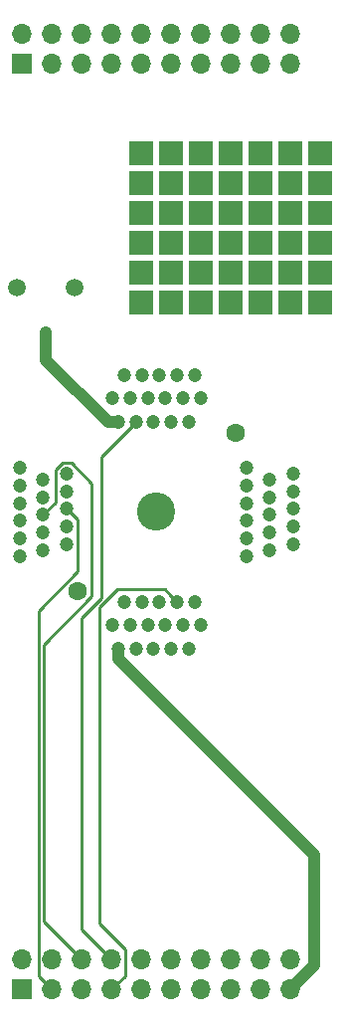
<source format=gbr>
G04 #@! TF.GenerationSoftware,KiCad,Pcbnew,8.0.0-8.0.0-1~ubuntu20.04.1*
G04 #@! TF.CreationDate,2024-03-05T18:45:29+01:00*
G04 #@! TF.ProjectId,stm32l476,73746d33-326c-4343-9736-2e6b69636164,rev?*
G04 #@! TF.SameCoordinates,Original*
G04 #@! TF.FileFunction,Copper,L1,Top*
G04 #@! TF.FilePolarity,Positive*
%FSLAX46Y46*%
G04 Gerber Fmt 4.6, Leading zero omitted, Abs format (unit mm)*
G04 Created by KiCad (PCBNEW 8.0.0-8.0.0-1~ubuntu20.04.1) date 2024-03-05 18:45:29*
%MOMM*%
%LPD*%
G01*
G04 APERTURE LIST*
G04 #@! TA.AperFunction,ComponentPad*
%ADD10C,1.200000*%
G04 #@! TD*
G04 #@! TA.AperFunction,ComponentPad*
%ADD11C,1.600000*%
G04 #@! TD*
G04 #@! TA.AperFunction,ComponentPad*
%ADD12C,3.250000*%
G04 #@! TD*
G04 #@! TA.AperFunction,ComponentPad*
%ADD13R,2.000000X2.000000*%
G04 #@! TD*
G04 #@! TA.AperFunction,ComponentPad*
%ADD14C,1.500000*%
G04 #@! TD*
G04 #@! TA.AperFunction,ComponentPad*
%ADD15R,1.700000X1.700000*%
G04 #@! TD*
G04 #@! TA.AperFunction,ComponentPad*
%ADD16O,1.700000X1.700000*%
G04 #@! TD*
G04 #@! TA.AperFunction,ViaPad*
%ADD17C,0.800000*%
G04 #@! TD*
G04 #@! TA.AperFunction,Conductor*
%ADD18C,0.250000*%
G04 #@! TD*
G04 #@! TA.AperFunction,Conductor*
%ADD19C,1.000000*%
G04 #@! TD*
G04 APERTURE END LIST*
D10*
X159800000Y-80070000D03*
X163800000Y-80570000D03*
X161800000Y-81070000D03*
X159800000Y-81570000D03*
X163800000Y-82070000D03*
X161800000Y-82570000D03*
X159800000Y-83070000D03*
X163800000Y-83570000D03*
X161800000Y-84070000D03*
X159800000Y-84570000D03*
X163800000Y-85070000D03*
X161800000Y-85570000D03*
X159800000Y-86070000D03*
X163800000Y-86570000D03*
X161800000Y-87070000D03*
X159800000Y-87570000D03*
X167700000Y-93470000D03*
X168200000Y-95470000D03*
X168700000Y-91470000D03*
X169200000Y-93470000D03*
X169700000Y-95470000D03*
X170200000Y-91470000D03*
X170700000Y-93470000D03*
X171200000Y-95470000D03*
X171700000Y-91470000D03*
X172200000Y-93470000D03*
X172700000Y-95470000D03*
X173200000Y-91470000D03*
X173700000Y-93470000D03*
X174200000Y-95470000D03*
X174700000Y-91470000D03*
X175200000Y-93470000D03*
X179100000Y-87570000D03*
X181100000Y-87070000D03*
X183100000Y-86570000D03*
X179100000Y-86070000D03*
X181100000Y-85570000D03*
X183100000Y-85070000D03*
X179100000Y-84570000D03*
X181100000Y-84070000D03*
X183100000Y-83570000D03*
X179100000Y-83070000D03*
X181100000Y-82570000D03*
X183100000Y-82070000D03*
X179100000Y-81570000D03*
X181100000Y-81070000D03*
X183100000Y-80570000D03*
X179100000Y-80070000D03*
X175200000Y-74170000D03*
X174700000Y-72170000D03*
X174200000Y-76170000D03*
X173700000Y-74170000D03*
X173200000Y-72170000D03*
X172700000Y-76170000D03*
X172200000Y-74170000D03*
X171700000Y-72170000D03*
X171200000Y-76170000D03*
X170700000Y-74170000D03*
X170200000Y-72170000D03*
X169700000Y-76170000D03*
X169200000Y-74170000D03*
X168700000Y-72170000D03*
X168200000Y-76170000D03*
X167700000Y-74170000D03*
D11*
X178150000Y-77120000D03*
D12*
X171450000Y-83820000D03*
D11*
X164750000Y-90520000D03*
D13*
X185420000Y-53340000D03*
X170180000Y-55880000D03*
X182880000Y-53340000D03*
X175260000Y-66040000D03*
X172720000Y-55880000D03*
X180340000Y-53340000D03*
X170180000Y-66040000D03*
X177800000Y-66040000D03*
X175260000Y-55880000D03*
X177800000Y-53340000D03*
X172720000Y-66040000D03*
X180340000Y-66040000D03*
X177800000Y-63500000D03*
X177800000Y-55880000D03*
X175260000Y-53340000D03*
X185420000Y-66040000D03*
X182880000Y-66040000D03*
X180340000Y-63500000D03*
X180340000Y-55880000D03*
X172720000Y-53340000D03*
X170180000Y-63500000D03*
X175260000Y-63500000D03*
X170180000Y-60960000D03*
X182880000Y-55880000D03*
X170180000Y-53340000D03*
X172720000Y-63500000D03*
X182880000Y-63500000D03*
X175260000Y-60960000D03*
X185420000Y-55880000D03*
X170180000Y-58420000D03*
X180340000Y-60960000D03*
X185420000Y-63500000D03*
X177800000Y-60960000D03*
X177800000Y-58420000D03*
X172720000Y-58420000D03*
X182880000Y-60960000D03*
X172720000Y-60960000D03*
X182880000Y-58420000D03*
X175260000Y-58420000D03*
X185420000Y-60960000D03*
X185420000Y-58420000D03*
X180340000Y-58420000D03*
D14*
X164465000Y-64770000D03*
X159565000Y-64770000D03*
D15*
X160020000Y-124460000D03*
D16*
X160020000Y-121920000D03*
X162560000Y-124460000D03*
X162560000Y-121920000D03*
X165100000Y-124460000D03*
X165100000Y-121920000D03*
X167640000Y-124460000D03*
X167640000Y-121920000D03*
X170180000Y-124460000D03*
X170180000Y-121920000D03*
X172720000Y-124460000D03*
X172720000Y-121920000D03*
X175260000Y-124460000D03*
X175260000Y-121920000D03*
X177800000Y-124460000D03*
X177800000Y-121920000D03*
X180340000Y-124460000D03*
X180340000Y-121920000D03*
X182880000Y-124460000D03*
X182880000Y-121920000D03*
D15*
X160020000Y-45720000D03*
D16*
X160020000Y-43180000D03*
X162560000Y-45720000D03*
X162560000Y-43180000D03*
X165100000Y-45720000D03*
X165100000Y-43180000D03*
X167640000Y-45720000D03*
X167640000Y-43180000D03*
X170180000Y-45720000D03*
X170180000Y-43180000D03*
X172720000Y-45720000D03*
X172720000Y-43180000D03*
X175260000Y-45720000D03*
X175260000Y-43180000D03*
X177800000Y-45720000D03*
X177800000Y-43180000D03*
X180340000Y-45720000D03*
X180340000Y-43180000D03*
X182880000Y-45720000D03*
X182880000Y-43180000D03*
D17*
X162052000Y-68580000D03*
D18*
X165925000Y-91006701D02*
X161834999Y-95096702D01*
X165925000Y-81386852D02*
X165925000Y-91006701D01*
X161800000Y-84070000D02*
X162875000Y-82995000D01*
X161834999Y-118654999D02*
X165100000Y-121920000D01*
X162875000Y-82995000D02*
X162875000Y-80186852D01*
X164183148Y-79645000D02*
X165925000Y-81386852D01*
X162875000Y-80186852D02*
X163416852Y-79645000D01*
X161834999Y-95096702D02*
X161834999Y-118654999D01*
X163416852Y-79645000D02*
X164183148Y-79645000D01*
X166774999Y-91160605D02*
X166774999Y-79095001D01*
X167640000Y-121920000D02*
X165100000Y-119380000D01*
X165100000Y-92835604D02*
X166774999Y-91160605D01*
X165100000Y-119380000D02*
X165100000Y-92835604D01*
X166774999Y-79095001D02*
X169700000Y-76170000D01*
D19*
X184912000Y-113030528D02*
X168200000Y-96318528D01*
X182880000Y-124460000D02*
X184912000Y-122428000D01*
X168200000Y-76170000D02*
X167351472Y-76170000D01*
X168200000Y-96318528D02*
X168200000Y-95470000D01*
X167351472Y-76170000D02*
X162052000Y-70870528D01*
X184912000Y-122428000D02*
X184912000Y-113030528D01*
X162052000Y-70870528D02*
X162052000Y-68580000D01*
D18*
X172154000Y-90424000D02*
X172600001Y-90870001D01*
X168815001Y-123284999D02*
X168815001Y-121063001D01*
X166624000Y-118872000D02*
X166624000Y-91948000D01*
X172600001Y-90870001D02*
X173200000Y-91470000D01*
X168148000Y-90424000D02*
X172154000Y-90424000D01*
X166624000Y-91948000D02*
X168148000Y-90424000D01*
X167640000Y-124460000D02*
X168815001Y-123284999D01*
X168815001Y-121063001D02*
X166624000Y-118872000D01*
X161710001Y-123610001D02*
X162560000Y-124460000D01*
X161384999Y-123284999D02*
X161710001Y-123610001D01*
X161384999Y-92219999D02*
X161384999Y-123284999D01*
X163800000Y-83570000D02*
X164725001Y-84495001D01*
X164725001Y-84495001D02*
X164725001Y-88879997D01*
X164725001Y-88879997D02*
X161384999Y-92219999D01*
M02*

</source>
